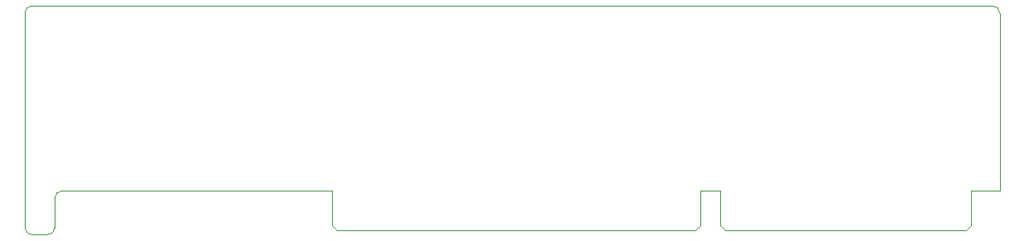
<source format=gbr>
%TF.GenerationSoftware,KiCad,Pcbnew,8.0.7*%
%TF.CreationDate,2025-04-01T17:38:45+03:00*%
%TF.ProjectId,RibbonRiser,52696262-6f6e-4526-9973-65722e6b6963,rev?*%
%TF.SameCoordinates,Original*%
%TF.FileFunction,Profile,NP*%
%FSLAX46Y46*%
G04 Gerber Fmt 4.6, Leading zero omitted, Abs format (unit mm)*
G04 Created by KiCad (PCBNEW 8.0.7) date 2025-04-01 17:38:45*
%MOMM*%
%LPD*%
G01*
G04 APERTURE LIST*
%TA.AperFunction,Profile*%
%ADD10C,0.100000*%
%TD*%
G04 APERTURE END LIST*
D10*
X55600000Y-142250000D02*
G75*
G02*
X54850000Y-143000000I-750000J0D01*
G01*
X151500000Y-119500000D02*
G75*
G02*
X152250000Y-120250000I0J-750000D01*
G01*
X52550000Y-120250000D02*
G75*
G02*
X53300000Y-119500000I750000J0D01*
G01*
X152250000Y-138500000D02*
X152250000Y-120250000D01*
X151500000Y-119500000D02*
X53300000Y-119500000D01*
X53300000Y-143000000D02*
G75*
G02*
X52550000Y-142250000I0J750000D01*
G01*
X55600000Y-139250000D02*
G75*
G02*
X56350000Y-138500000I750000J0D01*
G01*
X55600000Y-139250000D02*
X55600000Y-142250000D01*
X56350000Y-138500000D02*
X83960000Y-138500000D01*
X52550000Y-126300000D02*
X52550000Y-134800000D01*
X149325000Y-138500000D02*
X152250000Y-138500000D01*
X52550000Y-126300000D02*
X52550000Y-120250000D01*
X52550000Y-142250000D02*
X52550000Y-134800000D01*
X54850000Y-143000000D02*
X53300000Y-143000000D01*
%TO.C,J4*%
X83960000Y-139500000D02*
X83960000Y-138500000D01*
X83960000Y-140750000D02*
X83960000Y-139500000D01*
X83960000Y-140750000D02*
X83960000Y-142000000D01*
X83960000Y-142000000D02*
X84460000Y-142500000D01*
X84460000Y-142500000D02*
X120150000Y-142500000D01*
X121125000Y-142500000D02*
X120150000Y-142500000D01*
X121625000Y-138500000D02*
X121625000Y-139500000D01*
X121625000Y-140750000D02*
X121625000Y-139500000D01*
X121625000Y-140750000D02*
X121625000Y-142000000D01*
X121625000Y-142000000D02*
X121125000Y-142500000D01*
X123675000Y-138500000D02*
X121625000Y-138500000D01*
X123675000Y-139500000D02*
X123675000Y-138500000D01*
X123675000Y-140750000D02*
X123675000Y-139500000D01*
X123675000Y-140750000D02*
X123675000Y-142000000D01*
X123675000Y-142000000D02*
X124175000Y-142500000D01*
X124175000Y-142500000D02*
X125150000Y-142500000D01*
X125150000Y-142500000D02*
X148150000Y-142500000D01*
X148825000Y-142500000D02*
X148150000Y-142500000D01*
X149325000Y-139500000D02*
X149325000Y-138500000D01*
X149325000Y-140750000D02*
X149325000Y-139500000D01*
X149325000Y-140750000D02*
X149325000Y-142000000D01*
X149325000Y-142000000D02*
X148825000Y-142500000D01*
%TD*%
M02*

</source>
